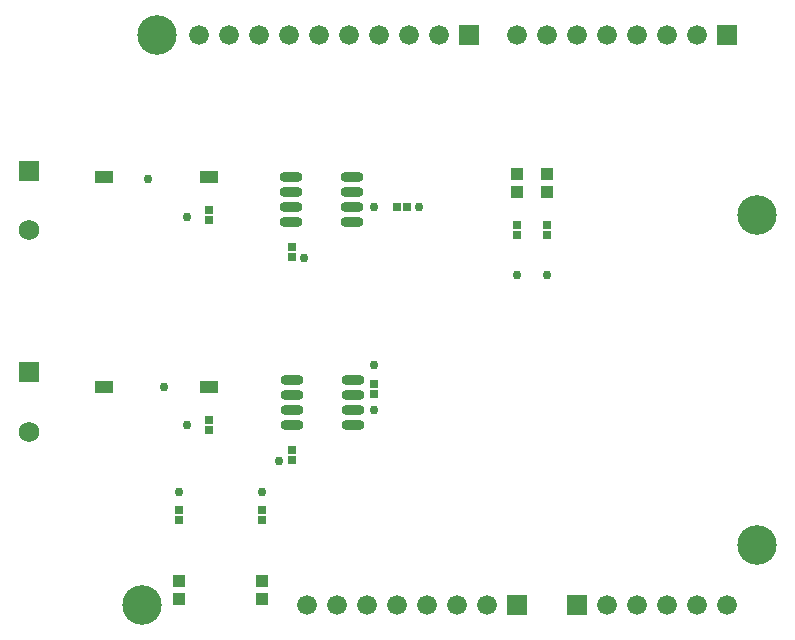
<source format=gts>
G04*
G04 #@! TF.GenerationSoftware,Altium Limited,Altium Designer,20.2.6 (244)*
G04*
G04 Layer_Color=8388736*
%FSLAX25Y25*%
%MOIN*%
G70*
G04*
G04 #@! TF.SameCoordinates,3ADD8469-B8FD-440E-8261-352D89208680*
G04*
G04*
G04 #@! TF.FilePolarity,Negative*
G04*
G01*
G75*
%ADD19R,0.05906X0.04331*%
%ADD22R,0.02959X0.02762*%
%ADD23R,0.02762X0.02959*%
%ADD24R,0.04449X0.04252*%
%ADD25O,0.07677X0.03347*%
%ADD26R,0.06890X0.06890*%
%ADD27C,0.06890*%
%ADD28C,0.06591*%
%ADD29R,0.06591X0.06591*%
%ADD30C,0.13189*%
%ADD31C,0.02953*%
D19*
X77520Y152500D02*
D03*
X42480D02*
D03*
Y82500D02*
D03*
X77520D02*
D03*
D22*
X132500Y83563D02*
D03*
Y80216D02*
D03*
X77500Y141673D02*
D03*
Y138327D02*
D03*
X105000Y58327D02*
D03*
Y61673D02*
D03*
Y125827D02*
D03*
Y129173D02*
D03*
X190000Y136673D02*
D03*
Y133327D02*
D03*
X180000Y136673D02*
D03*
Y133327D02*
D03*
X95000Y41673D02*
D03*
Y38327D02*
D03*
X67500Y38327D02*
D03*
Y41673D02*
D03*
X77500Y68327D02*
D03*
Y71673D02*
D03*
D23*
X143405Y142500D02*
D03*
X140059D02*
D03*
D24*
X190000Y153563D02*
D03*
Y147500D02*
D03*
X180000Y153563D02*
D03*
Y147500D02*
D03*
X67500Y11969D02*
D03*
Y18032D02*
D03*
X95000D02*
D03*
Y11969D02*
D03*
D25*
X105000Y85000D02*
D03*
Y80000D02*
D03*
Y75000D02*
D03*
Y70000D02*
D03*
X125472Y85000D02*
D03*
Y80000D02*
D03*
Y75000D02*
D03*
Y70000D02*
D03*
X104764Y152500D02*
D03*
Y147500D02*
D03*
Y142500D02*
D03*
Y137500D02*
D03*
X125236Y152500D02*
D03*
Y147500D02*
D03*
Y142500D02*
D03*
Y137500D02*
D03*
D26*
X17500Y154685D02*
D03*
Y87500D02*
D03*
D27*
Y135000D02*
D03*
Y67815D02*
D03*
D28*
X160000Y10000D02*
D03*
X170000D02*
D03*
X110000D02*
D03*
X120000D02*
D03*
X130000D02*
D03*
X140000D02*
D03*
X150000D02*
D03*
X230000Y200000D02*
D03*
X240000D02*
D03*
X180000D02*
D03*
X190000D02*
D03*
X200000D02*
D03*
X210000D02*
D03*
X220000D02*
D03*
X74000D02*
D03*
X84000D02*
D03*
X94000D02*
D03*
X104000D02*
D03*
X114000D02*
D03*
X124000D02*
D03*
X134000D02*
D03*
X144000D02*
D03*
X154000D02*
D03*
X250000Y10000D02*
D03*
X240000D02*
D03*
X230000D02*
D03*
X220000D02*
D03*
X210000D02*
D03*
D29*
X180000D02*
D03*
X250000Y200000D02*
D03*
X164000D02*
D03*
X200000Y10000D02*
D03*
D30*
X60000Y200000D02*
D03*
X55000Y10000D02*
D03*
X260000Y140000D02*
D03*
Y30000D02*
D03*
D31*
X70000Y139205D02*
D03*
X57138Y152106D02*
D03*
X132500Y90000D02*
D03*
X147500Y142500D02*
D03*
X70000Y70000D02*
D03*
X62500Y82500D02*
D03*
X100833Y58120D02*
D03*
X109118Y125775D02*
D03*
X132500Y75000D02*
D03*
Y142500D02*
D03*
X190000Y120000D02*
D03*
X180000D02*
D03*
X95000Y47500D02*
D03*
X67500D02*
D03*
M02*

</source>
